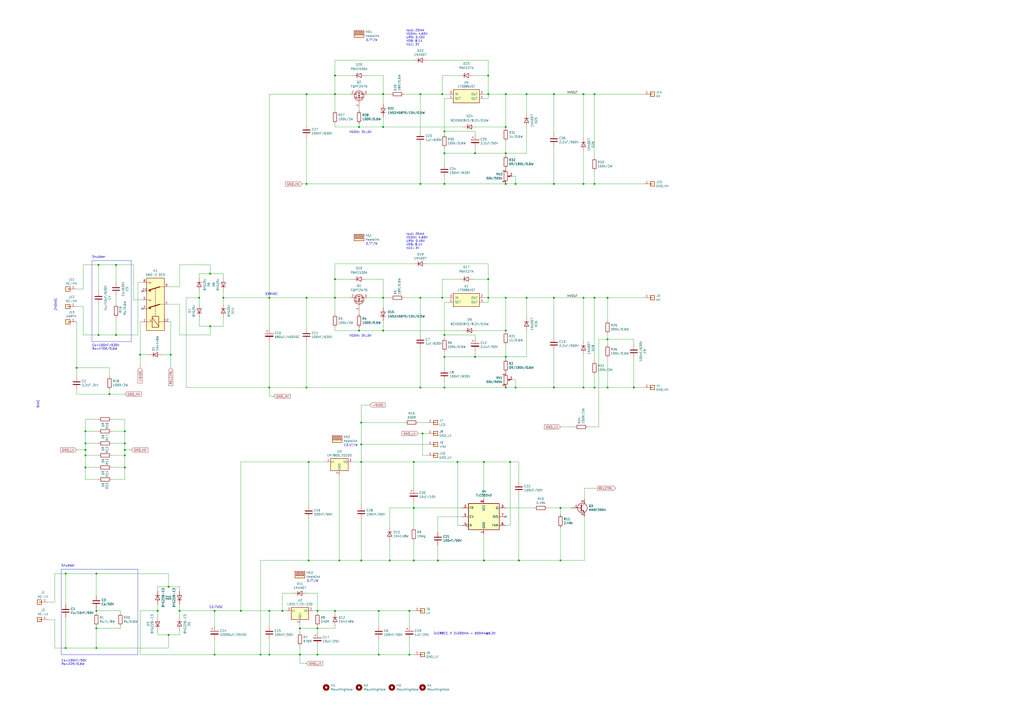
<source format=kicad_sch>
(kicad_sch (version 20230121) (generator eeschema)
  (paper "A2")
  (title_block (title "HV Power Supply LT3080 Twin Maida") (date "2024-02-06") (rev "1"))
  (junction (at 209.55 257.81))
  (junction (at 344.805 106.68))
  (junction (at 72.39 271.145))
  (junction (at 177.8 224.79))
  (junction (at 275.59 88.9))
  (junction (at 265.43 267.97))
  (junction (at 194.31 354.33))
  (junction (at 209.55 267.97))
  (junction (at 194.31 54.61))
  (junction (at 295.91 267.97))
  (junction (at 177.8 106.68))
  (junction (at 179.07 325.12))
  (junction (at 151.13 379.73))
  (junction (at 44.45 213.36))
  (junction (at 283.21 43.815))
  (junction (at 257.81 76.2))
  (junction (at 49.53 264.16))
  (junction (at 293.37 54.61))
  (junction (at 344.805 172.72))
  (junction (at 55.88 375.92))
  (junction (at 293.37 73.66))
  (junction (at 321.31 224.79))
  (junction (at 49.53 250.19))
  (junction (at 226.06 325.12))
  (junction (at 240.03 325.12))
  (junction (at 293.37 172.72))
  (junction (at 222.25 191.77))
  (junction (at 293.37 88.9))
  (junction (at 55.88 364.49))
  (junction (at 97.79 368.3))
  (junction (at 173.99 379.73))
  (junction (at 305.435 54.61))
  (junction (at 321.31 54.61))
  (junction (at 338.455 172.72))
  (junction (at 222.25 73.66))
  (junction (at 257.81 194.31))
  (junction (at 124.46 354.33))
  (junction (at 344.805 54.61))
  (junction (at 156.21 379.73))
  (junction (at 254 325.12))
  (junction (at 156.21 224.79))
  (junction (at 49.53 257.175))
  (junction (at 293.37 191.77))
  (junction (at 194.31 43.815))
  (junction (at 163.83 354.33))
  (junction (at 283.21 54.61))
  (junction (at 99.06 205.74))
  (junction (at 55.88 332.74))
  (junction (at 208.28 191.77))
  (junction (at 243.84 106.68))
  (junction (at 184.15 379.73))
  (junction (at 257.81 106.68))
  (junction (at 293.37 207.01))
  (junction (at 219.71 354.33))
  (junction (at 72.39 250.19))
  (junction (at 121.92 158.75))
  (junction (at 184.15 354.33))
  (junction (at 243.84 224.79))
  (junction (at 121.92 189.23))
  (junction (at 293.37 224.79))
  (junction (at 243.84 54.61))
  (junction (at 240.03 294.64))
  (junction (at 222.25 54.61))
  (junction (at 300.99 325.12))
  (junction (at 245.11 251.46))
  (junction (at 184.15 364.49))
  (junction (at 72.39 260.985))
  (junction (at 338.455 106.68))
  (junction (at 38.1 375.92))
  (junction (at 67.31 153.67))
  (junction (at 321.31 172.72))
  (junction (at 275.59 207.01))
  (junction (at 344.805 224.79))
  (junction (at 237.49 354.33))
  (junction (at 321.31 106.68))
  (junction (at 177.8 172.72))
  (junction (at 256.54 172.72))
  (junction (at 156.21 354.33))
  (junction (at 299.085 106.68))
  (junction (at 208.28 73.66))
  (junction (at 367.665 224.79))
  (junction (at 124.46 379.73))
  (junction (at 240.03 267.97))
  (junction (at 256.54 54.61))
  (junction (at 283.21 172.72))
  (junction (at 209.55 325.12))
  (junction (at 283.21 161.925))
  (junction (at 49.53 260.985))
  (junction (at 237.49 379.73))
  (junction (at 280.67 325.12))
  (junction (at 194.31 161.925))
  (junction (at 156.21 172.72))
  (junction (at 338.455 224.79))
  (junction (at 209.55 245.11))
  (junction (at 325.12 325.12))
  (junction (at 139.7 354.33))
  (junction (at 97.79 340.36))
  (junction (at 352.425 224.79))
  (junction (at 257.81 224.79))
  (junction (at 219.71 379.73))
  (junction (at 179.07 267.97))
  (junction (at 104.14 354.33))
  (junction (at 325.12 294.64))
  (junction (at 49.53 271.145))
  (junction (at 72.39 257.175))
  (junction (at 257.81 207.01))
  (junction (at 338.455 54.61))
  (junction (at 129.54 172.72))
  (junction (at 299.085 224.79))
  (junction (at 305.435 172.72))
  (junction (at 173.99 364.49))
  (junction (at 196.85 325.12))
  (junction (at 222.25 172.72))
  (junction (at 115.57 172.72))
  (junction (at 257.81 88.9))
  (junction (at 177.8 54.61))
  (junction (at 38.1 332.74))
  (junction (at 57.15 194.31))
  (junction (at 280.67 267.97))
  (junction (at 293.37 106.68))
  (junction (at 243.84 172.72))
  (junction (at 194.31 172.72))
  (junction (at 55.88 354.33))
  (junction (at 57.15 153.67))
  (junction (at 91.44 354.33))
  (junction (at 352.425 196.85))
  (junction (at 81.28 205.74))
  (junction (at 67.31 194.31))
  (junction (at 63.5 228.6))
  (junction (at 352.425 172.72))
  (junction (at 72.39 264.16))
  (no_connect (at 293.37 299.72))
  (no_connect (at 82.55 168.91))
  (no_connect (at 82.55 179.07))
  (wire (pts (xy 352.425 193.675) (xy 352.425 196.85)))
  (wire (pts (xy 293.37 54.61) (xy 293.37 73.66)))
  (wire (pts (xy 293.37 172.72) (xy 293.37 191.77)))
  (wire (pts (xy 299.085 220.345) (xy 299.085 224.79)))
  (wire (pts (xy 97.79 375.92) (xy 97.79 368.3)))
  (wire (pts (xy 91.44 340.36) (xy 97.79 340.36)))
  (wire (pts (xy 64.77 271.145) (xy 72.39 271.145)))
  (wire (pts (xy 347.345 196.85) (xy 352.425 196.85)))
  (wire (pts (xy 222.25 178.435) (xy 222.25 172.72)))
  (wire (pts (xy 367.665 224.79) (xy 373.38 224.79)))
  (polyline (pts (xy 35.56 379.73) (xy 35.56 330.2)))
  (wire (pts (xy 283.21 172.72) (xy 280.67 172.72)))
  (wire (pts (xy 177.8 172.72) (xy 194.31 172.72)))
  (wire (pts (xy 57.15 176.53) (xy 57.15 194.31)))
  (wire (pts (xy 299.085 224.79) (xy 321.31 224.79)))
  (wire (pts (xy 305.435 172.72) (xy 305.435 184.15)))
  (wire (pts (xy 49.53 257.175) (xy 49.53 260.985)))
  (wire (pts (xy 67.31 194.31) (xy 57.15 194.31)))
  (wire (pts (xy 339.09 299.72) (xy 339.09 325.12)))
  (wire (pts (xy 104.14 166.37) (xy 104.14 153.67)))
  (wire (pts (xy 293.37 304.8) (xy 295.91 304.8)))
  (wire (pts (xy 184.15 344.17) (xy 177.8 344.17)))
  (wire (pts (xy 173.99 379.73) (xy 173.99 374.65)))
  (wire (pts (xy 256.54 43.815) (xy 256.54 54.61)))
  (wire (pts (xy 124.46 379.73) (xy 124.46 370.84)))
  (wire (pts (xy 209.55 234.95) (xy 209.55 245.11)))
  (wire (pts (xy 257.81 57.15) (xy 257.81 76.2)))
  (wire (pts (xy 72.39 228.6) (xy 63.5 228.6)))
  (wire (pts (xy 325.12 325.12) (xy 300.99 325.12)))
  (wire (pts (xy 257.81 203.835) (xy 257.81 207.01)))
  (wire (pts (xy 194.31 43.815) (xy 204.47 43.815)))
  (wire (pts (xy 64.77 257.175) (xy 72.39 257.175)))
  (wire (pts (xy 256.54 54.61) (xy 260.35 54.61)))
  (wire (pts (xy 321.31 106.68) (xy 338.455 106.68)))
  (wire (pts (xy 240.03 325.12) (xy 240.03 313.69)))
  (wire (pts (xy 234.315 54.61) (xy 243.84 54.61)))
  (wire (pts (xy 44.45 177.8) (xy 48.26 177.8)))
  (wire (pts (xy 91.44 350.52) (xy 91.44 354.33)))
  (wire (pts (xy 31.75 375.92) (xy 38.1 375.92)))
  (wire (pts (xy 194.31 153.035) (xy 194.31 161.925)))
  (wire (pts (xy 64.77 278.13) (xy 72.39 278.13)))
  (wire (pts (xy 27.94 359.41) (xy 31.75 359.41)))
  (wire (pts (xy 219.71 354.33) (xy 237.49 354.33)))
  (wire (pts (xy 297.18 220.345) (xy 299.085 220.345)))
  (wire (pts (xy 305.435 54.61) (xy 305.435 66.04)))
  (wire (pts (xy 151.13 379.73) (xy 151.13 325.12)))
  (wire (pts (xy 44.45 260.985) (xy 49.53 260.985)))
  (wire (pts (xy 237.49 370.84) (xy 237.49 379.73)))
  (polyline (pts (xy 53.34 198.12) (xy 53.34 151.13)))
  (wire (pts (xy 156.21 172.72) (xy 156.21 54.61)))
  (wire (pts (xy 321.31 203.2) (xy 321.31 224.79)))
  (wire (pts (xy 194.31 73.66) (xy 208.28 73.66)))
  (wire (pts (xy 257.81 102.87) (xy 257.81 106.68)))
  (wire (pts (xy 226.06 325.12) (xy 209.55 325.12)))
  (wire (pts (xy 173.99 364.49) (xy 184.15 364.49)))
  (wire (pts (xy 344.805 106.68) (xy 373.38 106.68)))
  (wire (pts (xy 55.88 353.06) (xy 55.88 354.33)))
  (wire (pts (xy 243.84 54.61) (xy 243.84 76.2)))
  (wire (pts (xy 222.25 172.72) (xy 213.36 172.72)))
  (wire (pts (xy 275.59 85.725) (xy 275.59 88.9)))
  (wire (pts (xy 81.28 379.73) (xy 81.28 354.33)))
  (wire (pts (xy 124.46 363.22) (xy 124.46 354.33)))
  (wire (pts (xy 156.21 379.73) (xy 173.99 379.73)))
  (wire (pts (xy 283.21 54.61) (xy 280.67 54.61)))
  (wire (pts (xy 67.31 184.15) (xy 67.31 194.31)))
  (wire (pts (xy 293.37 224.79) (xy 299.085 224.79)))
  (wire (pts (xy 63.5 228.6) (xy 44.45 228.6)))
  (wire (pts (xy 283.21 161.925) (xy 283.21 172.72)))
  (wire (pts (xy 283.21 161.925) (xy 283.21 153.035)))
  (wire (pts (xy 156.21 224.79) (xy 177.8 224.79)))
  (wire (pts (xy 338.455 106.68) (xy 344.805 106.68)))
  (wire (pts (xy 222.25 172.72) (xy 226.695 172.72)))
  (wire (pts (xy 69.85 354.33) (xy 69.85 355.6)))
  (wire (pts (xy 67.31 153.67) (xy 77.47 153.67)))
  (wire (pts (xy 177.8 80.01) (xy 177.8 106.68)))
  (wire (pts (xy 275.59 78.105) (xy 275.59 76.2)))
  (wire (pts (xy 129.54 189.23) (xy 129.54 184.15)))
  (wire (pts (xy 257.81 220.98) (xy 257.81 224.79)))
  (wire (pts (xy 274.32 43.815) (xy 283.21 43.815)))
  (wire (pts (xy 257.81 194.31) (xy 257.81 196.215)))
  (wire (pts (xy 222.25 191.77) (xy 208.28 191.77)))
  (wire (pts (xy 208.28 62.23) (xy 208.28 64.135)))
  (wire (pts (xy 339.09 283.21) (xy 339.09 289.56)))
  (wire (pts (xy 31.75 332.74) (xy 38.1 332.74)))
  (wire (pts (xy 260.35 57.15) (xy 257.81 57.15)))
  (wire (pts (xy 338.455 172.72) (xy 344.805 172.72)))
  (wire (pts (xy 64.77 243.205) (xy 72.39 243.205)))
  (wire (pts (xy 156.21 229.87) (xy 156.21 224.79)))
  (wire (pts (xy 177.8 224.79) (xy 243.84 224.79)))
  (wire (pts (xy 283.21 153.035) (xy 247.65 153.035)))
  (wire (pts (xy 67.31 171.45) (xy 67.31 176.53)))
  (wire (pts (xy 293.37 106.045) (xy 293.37 106.68)))
  (wire (pts (xy 139.7 354.33) (xy 156.21 354.33)))
  (wire (pts (xy 300.99 287.02) (xy 300.99 325.12)))
  (wire (pts (xy 240.03 379.73) (xy 237.49 379.73)))
  (wire (pts (xy 222.25 54.61) (xy 226.695 54.61)))
  (wire (pts (xy 266.7 161.925) (xy 256.54 161.925)))
  (wire (pts (xy 243.84 224.79) (xy 257.81 224.79)))
  (wire (pts (xy 77.47 153.67) (xy 77.47 173.99)))
  (wire (pts (xy 293.37 215.9) (xy 293.37 216.535)))
  (wire (pts (xy 293.37 97.79) (xy 293.37 98.425)))
  (wire (pts (xy 209.55 245.11) (xy 209.55 257.81)))
  (wire (pts (xy 212.09 43.815) (xy 222.25 43.815)))
  (wire (pts (xy 338.455 54.61) (xy 344.805 54.61)))
  (wire (pts (xy 243.84 172.72) (xy 256.54 172.72)))
  (wire (pts (xy 240.03 294.64) (xy 226.06 294.64)))
  (wire (pts (xy 194.31 71.755) (xy 194.31 73.66)))
  (wire (pts (xy 177.8 72.39) (xy 177.8 54.61)))
  (wire (pts (xy 247.65 257.81) (xy 209.55 257.81)))
  (wire (pts (xy 274.32 161.925) (xy 283.21 161.925)))
  (wire (pts (xy 177.8 384.81) (xy 173.99 384.81)))
  (wire (pts (xy 173.99 379.73) (xy 184.15 379.73)))
  (wire (pts (xy 305.435 191.77) (xy 305.435 207.01)))
  (wire (pts (xy 321.31 77.47) (xy 321.31 54.61)))
  (wire (pts (xy 214.63 234.95) (xy 209.55 234.95)))
  (wire (pts (xy 184.15 363.22) (xy 184.15 364.49)))
  (wire (pts (xy 97.79 340.36) (xy 104.14 340.36)))
  (wire (pts (xy 300.99 325.12) (xy 280.67 325.12)))
  (wire (pts (xy 219.71 363.22) (xy 219.71 354.33)))
  (wire (pts (xy 72.39 260.985) (xy 76.2 260.985)))
  (wire (pts (xy 115.57 189.23) (xy 121.92 189.23)))
  (wire (pts (xy 184.15 354.33) (xy 184.15 344.17)))
  (wire (pts (xy 209.55 257.81) (xy 209.55 267.97)))
  (wire (pts (xy 177.8 198.12) (xy 177.8 224.79)))
  (wire (pts (xy 321.31 54.61) (xy 338.455 54.61)))
  (wire (pts (xy 194.31 34.925) (xy 194.31 43.815)))
  (wire (pts (xy 344.805 54.61) (xy 373.38 54.61)))
  (wire (pts (xy 240.03 294.64) (xy 240.03 290.83)))
  (wire (pts (xy 222.25 67.945) (xy 222.25 73.66)))
  (wire (pts (xy 240.03 294.64) (xy 240.03 306.07)))
  (wire (pts (xy 297.18 102.235) (xy 299.085 102.235)))
  (wire (pts (xy 184.15 354.33) (xy 194.31 354.33)))
  (wire (pts (xy 49.53 271.145) (xy 57.15 271.145)))
  (wire (pts (xy 72.39 260.985) (xy 72.39 264.16)))
  (wire (pts (xy 124.46 379.73) (xy 151.13 379.73)))
  (wire (pts (xy 257.81 88.9) (xy 257.81 95.25)))
  (wire (pts (xy 107.95 172.72) (xy 107.95 224.79)))
  (wire (pts (xy 124.46 379.73) (xy 81.28 379.73)))
  (wire (pts (xy 245.11 251.46) (xy 247.65 251.46)))
  (wire (pts (xy 242.57 251.46) (xy 245.11 251.46)))
  (wire (pts (xy 268.605 191.77) (xy 222.25 191.77)))
  (polyline (pts (xy 53.34 151.13) (xy 76.2 151.13)))
  (wire (pts (xy 243.84 201.93) (xy 243.84 224.79)))
  (wire (pts (xy 222.25 172.72) (xy 222.25 161.925)))
  (wire (pts (xy 219.71 370.84) (xy 219.71 379.73)))
  (wire (pts (xy 48.26 177.8) (xy 48.26 194.31)))
  (wire (pts (xy 27.94 349.25) (xy 31.75 349.25)))
  (wire (pts (xy 179.07 267.97) (xy 179.07 293.37)))
  (wire (pts (xy 104.14 340.36) (xy 104.14 342.9)))
  (wire (pts (xy 179.07 300.99) (xy 179.07 325.12)))
  (wire (pts (xy 194.31 54.61) (xy 194.31 64.135)))
  (wire (pts (xy 179.07 267.97) (xy 139.7 267.97)))
  (wire (pts (xy 49.53 250.19) (xy 49.53 257.175)))
  (wire (pts (xy 184.15 379.73) (xy 219.71 379.73)))
  (wire (pts (xy 158.75 229.87) (xy 156.21 229.87)))
  (wire (pts (xy 344.805 91.44) (xy 344.805 54.61)))
  (wire (pts (xy 129.54 172.72) (xy 129.54 176.53)))
  (wire (pts (xy 115.57 172.72) (xy 115.57 168.91)))
  (wire (pts (xy 64.77 250.19) (xy 72.39 250.19)))
  (wire (pts (xy 280.67 325.12) (xy 254 325.12)))
  (wire (pts (xy 280.67 267.97) (xy 265.43 267.97)))
  (wire (pts (xy 347.345 247.65) (xy 347.345 196.85)))
  (wire (pts (xy 293.37 207.01) (xy 305.435 207.01)))
  (wire (pts (xy 196.85 275.59) (xy 196.85 325.12)))
  (wire (pts (xy 275.59 194.31) (xy 257.81 194.31)))
  (wire (pts (xy 293.37 200.025) (xy 293.37 207.01)))
  (wire (pts (xy 293.37 172.72) (xy 283.21 172.72)))
  (wire (pts (xy 44.45 213.36) (xy 44.45 218.44)))
  (wire (pts (xy 121.92 158.75) (xy 129.54 158.75)))
  (wire (pts (xy 44.45 186.69) (xy 44.45 213.36)))
  (wire (pts (xy 194.31 172.72) (xy 194.31 182.245)))
  (wire (pts (xy 338.455 205.74) (xy 338.455 224.79)))
  (wire (pts (xy 240.03 325.12) (xy 226.06 325.12)))
  (wire (pts (xy 173.99 364.49) (xy 173.99 361.95)))
  (wire (pts (xy 104.14 153.67) (xy 121.92 153.67)))
  (wire (pts (xy 293.37 88.9) (xy 293.37 90.17)))
  (wire (pts (xy 293.37 224.155) (xy 293.37 224.79)))
  (wire (pts (xy 156.21 172.72) (xy 177.8 172.72)))
  (wire (pts (xy 243.84 172.72) (xy 243.84 194.31)))
  (wire (pts (xy 293.37 88.9) (xy 305.435 88.9)))
  (wire (pts (xy 275.59 76.2) (xy 257.81 76.2)))
  (wire (pts (xy 57.15 243.205) (xy 49.53 243.205)))
  (wire (pts (xy 283.21 34.925) (xy 247.65 34.925)))
  (wire (pts (xy 295.91 267.97) (xy 280.67 267.97)))
  (wire (pts (xy 240.03 153.035) (xy 194.31 153.035)))
  (wire (pts (xy 57.15 257.175) (xy 49.53 257.175)))
  (wire (pts (xy 268.605 73.66) (xy 222.25 73.66)))
  (wire (pts (xy 72.39 271.145) (xy 72.39 264.16)))
  (wire (pts (xy 293.37 54.61) (xy 283.21 54.61)))
  (wire (pts (xy 300.99 279.4) (xy 300.99 267.97)))
  (wire (pts (xy 340.995 247.65) (xy 347.345 247.65)))
  (wire (pts (xy 57.15 153.67) (xy 57.15 168.91)))
  (wire (pts (xy 156.21 172.72) (xy 156.21 190.5)))
  (wire (pts (xy 325.12 294.64) (xy 317.5 294.64)))
  (wire (pts (xy 55.88 363.22) (xy 55.88 364.49)))
  (wire (pts (xy 293.37 207.01) (xy 293.37 208.28)))
  (wire (pts (xy 38.1 375.92) (xy 38.1 358.14)))
  (wire (pts (xy 209.55 293.37) (xy 209.55 267.97)))
  (wire (pts (xy 115.57 161.29) (xy 115.57 158.75)))
  (wire (pts (xy 175.26 106.68) (xy 177.8 106.68)))
  (wire (pts (xy 177.8 106.68) (xy 243.84 106.68)))
  (wire (pts (xy 77.47 173.99) (xy 82.55 173.99)))
  (wire (pts (xy 305.435 54.61) (xy 321.31 54.61)))
  (wire (pts (xy 243.84 54.61) (xy 256.54 54.61)))
  (wire (pts (xy 338.455 172.72) (xy 338.455 198.12)))
  (wire (pts (xy 257.81 207.01) (xy 257.81 213.36)))
  (wire (pts (xy 49.53 271.145) (xy 49.53 264.16)))
  (wire (pts (xy 194.31 191.77) (xy 208.28 191.77)))
  (wire (pts (xy 177.8 190.5) (xy 177.8 172.72)))
  (wire (pts (xy 293.37 81.915) (xy 293.37 88.9)))
  (wire (pts (xy 104.14 354.33) (xy 124.46 354.33)))
  (wire (pts (xy 97.79 332.74) (xy 97.79 340.36)))
  (polyline (pts (xy 76.2 198.12) (xy 53.34 198.12)))
  (wire (pts (xy 55.88 332.74) (xy 38.1 332.74)))
  (wire (pts (xy 280.67 57.15) (xy 283.21 57.15)))
  (wire (pts (xy 81.28 186.69) (xy 82.55 186.69)))
  (wire (pts (xy 115.57 176.53) (xy 115.57 172.72)))
  (wire (pts (xy 222.25 54.61) (xy 222.25 43.815)))
  (wire (pts (xy 352.425 172.72) (xy 352.425 186.055)))
  (wire (pts (xy 163.83 344.17) (xy 163.83 354.33)))
  (wire (pts (xy 104.14 354.33) (xy 104.14 358.14)))
  (wire (pts (xy 352.425 224.79) (xy 367.665 224.79)))
  (wire (pts (xy 173.99 384.81) (xy 173.99 379.73)))
  (wire (pts (xy 338.455 224.79) (xy 344.805 224.79)))
  (wire (pts (xy 338.455 87.63) (xy 338.455 106.68)))
  (wire (pts (xy 163.83 354.33) (xy 166.37 354.33)))
  (wire (pts (xy 325.12 247.65) (xy 333.375 247.65)))
  (wire (pts (xy 139.7 267.97) (xy 139.7 354.33)))
  (wire (pts (xy 99.06 186.69) (xy 99.06 205.74)))
  (wire (pts (xy 257.81 175.26) (xy 257.81 194.31)))
  (wire (pts (xy 194.31 172.72) (xy 203.2 172.72)))
  (wire (pts (xy 240.03 267.97) (xy 265.43 267.97)))
  (wire (pts (xy 63.5 218.44) (xy 63.5 213.36)))
  (wire (pts (xy 280.67 175.26) (xy 283.21 175.26)))
  (wire (pts (xy 352.425 196.85) (xy 367.665 196.85)))
  (wire (pts (xy 121.92 194.31) (xy 104.14 194.31)))
  (wire (pts (xy 293.37 106.68) (xy 299.085 106.68)))
  (wire (pts (xy 257.81 106.68) (xy 293.37 106.68)))
  (wire (pts (xy 234.315 172.72) (xy 243.84 172.72)))
  (wire (pts (xy 179.07 325.12) (xy 196.85 325.12)))
  (wire (pts (xy 81.28 205.74) (xy 81.28 186.69)))
  (wire (pts (xy 260.35 175.26) (xy 257.81 175.26)))
  (wire (pts (xy 243.84 83.82) (xy 243.84 106.68)))
  (wire (pts (xy 280.67 289.56) (xy 280.67 267.97)))
  (wire (pts (xy 97.79 186.69) (xy 99.06 186.69)))
  (wire (pts (xy 293.37 172.72) (xy 305.435 172.72)))
  (wire (pts (xy 156.21 198.12) (xy 156.21 224.79)))
  (wire (pts (xy 293.37 88.9) (xy 275.59 88.9)))
  (wire (pts (xy 104.14 176.53) (xy 97.79 176.53)))
  (wire (pts (xy 295.91 304.8) (xy 295.91 267.97)))
  (wire (pts (xy 247.65 264.16) (xy 245.11 264.16)))
  (wire (pts (xy 55.88 375.92) (xy 38.1 375.92)))
  (wire (pts (xy 181.61 354.33) (xy 184.15 354.33)))
  (wire (pts (xy 222.25 60.325) (xy 222.25 54.61)))
  (wire (pts (xy 184.15 355.6) (xy 184.15 354.33)))
  (wire (pts (xy 194.31 161.925) (xy 194.31 172.72)))
  (wire (pts (xy 44.45 167.64) (xy 48.26 167.64)))
  (wire (pts (xy 97.79 166.37) (xy 104.14 166.37)))
  (wire (pts (xy 81.28 354.33) (xy 91.44 354.33)))
  (wire (pts (xy 80.01 163.83) (xy 82.55 163.83)))
  (wire (pts (xy 219.71 379.73) (xy 237.49 379.73)))
  (wire (pts (xy 257.81 85.725) (xy 257.81 88.9)))
  (wire (pts (xy 242.57 245.11) (xy 247.65 245.11)))
  (wire (pts (xy 121.92 189.23) (xy 121.92 194.31)))
  (wire (pts (xy 49.53 264.16) (xy 57.15 264.16)))
  (wire (pts (xy 194.31 189.865) (xy 194.31 191.77)))
  (wire (pts (xy 194.31 354.33) (xy 194.31 355.6)))
  (wire (pts (xy 63.5 213.36) (xy 44.45 213.36)))
  (wire (pts (xy 194.31 363.22) (xy 194.31 364.49)))
  (wire (pts (xy 283.21 43.815) (xy 283.21 34.925)))
  (wire (pts (xy 293.37 73.66) (xy 293.37 74.295)))
  (wire (pts (xy 305.435 172.72) (xy 321.31 172.72)))
  (wire (pts (xy 55.88 345.44) (xy 55.88 332.74)))
  (wire (pts (xy 64.77 264.16) (xy 72.39 264.16)))
  (wire (pts (xy 91.44 354.33) (xy 91.44 358.14)))
  (wire (pts (xy 344.805 99.06) (xy 344.805 106.68)))
  (wire (pts (xy 338.455 54.61) (xy 338.455 80.01)))
  (wire (pts (xy 339.09 325.12) (xy 325.12 325.12)))
  (wire (pts (xy 115.57 158.75) (xy 121.92 158.75)))
  (wire (pts (xy 129.54 172.72) (xy 156.21 172.72)))
  (wire (pts (xy 321.31 172.72) (xy 338.455 172.72)))
  (wire (pts (xy 208.28 71.755) (xy 208.28 73.66)))
  (wire (pts (xy 31.75 349.25) (xy 31.75 332.74)))
  (wire (pts (xy 67.31 153.67) (xy 67.31 163.83)))
  (wire (pts (xy 275.59 203.835) (xy 275.59 207.01)))
  (wire (pts (xy 173.99 367.03) (xy 173.99 364.49)))
  (wire (pts (xy 352.425 172.72) (xy 373.38 172.72)))
  (wire (pts (xy 325.12 306.07) (xy 325.12 325.12)))
  (wire (pts (xy 72.39 257.175) (xy 72.39 260.985)))
  (wire (pts (xy 48.26 153.67) (xy 57.15 153.67)))
  (wire (pts (xy 321.31 224.79) (xy 338.455 224.79)))
  (wire (pts (xy 267.97 294.64) (xy 240.03 294.64)))
  (wire (pts (xy 212.09 161.925) (xy 222.25 161.925)))
  (wire (pts (xy 99.06 205.74) (xy 93.98 205.74)))
  (wire (pts (xy 72.39 250.19) (xy 72.39 257.175)))
  (wire (pts (xy 156.21 379.73) (xy 156.21 370.84)))
  (wire (pts (xy 196.85 325.12) (xy 209.55 325.12)))
  (wire (pts (xy 240.03 34.925) (xy 194.31 34.925)))
  (wire (pts (xy 300.99 267.97) (xy 295.91 267.97)))
  (wire (pts (xy 104.14 350.52) (xy 104.14 354.33)))
  (wire (pts (xy 91.44 368.3) (xy 91.44 365.76)))
  (wire (pts (xy 194.31 364.49) (xy 184.15 364.49)))
  (wire (pts (xy 44.45 228.6) (xy 44.45 226.06)))
  (wire (pts (xy 156.21 224.79) (xy 107.95 224.79)))
  (wire (pts (xy 69.85 364.49) (xy 55.88 364.49)))
  (wire (pts (xy 293.37 207.01) (xy 275.59 207.01)))
  (wire (pts (xy 321.31 195.58) (xy 321.31 172.72)))
  (wire (pts (xy 55.88 364.49) (xy 55.88 375.92)))
  (wire (pts (xy 104.14 194.31) (xy 104.14 176.53)))
  (wire (pts (xy 31.75 359.41) (xy 31.75 375.92)))
  (wire (pts (xy 226.06 294.64) (xy 226.06 306.07)))
  (wire (pts (xy 331.47 294.64) (xy 325.12 294.64)))
  (wire (pts (xy 344.805 224.79) (xy 352.425 224.79)))
  (wire (pts (xy 72.39 243.205) (xy 72.39 250.19)))
  (wire (pts (xy 344.805 209.55) (xy 344.805 172.72)))
  (wire (pts (xy 265.43 304.8) (xy 265.43 267.97)))
  (wire (pts (xy 55.88 375.92) (xy 97.79 375.92)))
  (polyline (pts (xy 80.01 379.73) (xy 35.56 379.73)))
  (wire (pts (xy 254 325.12) (xy 240.03 325.12)))
  (polyline (pts (xy 80.01 330.2) (xy 80.01 379.73)))
  (wire (pts (xy 299.085 102.235) (xy 299.085 106.68)))
  (wire (pts (xy 97.79 332.74) (xy 55.88 332.74)))
  (wire (pts (xy 226.06 325.12) (xy 226.06 313.69)))
  (wire (pts (xy 194.31 43.815) (xy 194.31 54.61)))
  (wire (pts (xy 222.25 73.66) (xy 208.28 73.66)))
  (wire (pts (xy 321.31 85.09) (xy 321.31 106.68)))
  (wire (pts (xy 344.805 217.17) (xy 344.805 224.79)))
  (wire (pts (xy 208.28 189.865) (xy 208.28 191.77)))
  (wire (pts (xy 194.31 354.33) (xy 219.71 354.33)))
  (wire (pts (xy 129.54 158.75) (xy 129.54 161.29)))
  (wire (pts (xy 48.26 194.31) (xy 57.15 194.31)))
  (wire (pts (xy 156.21 54.61) (xy 177.8 54.61)))
  (wire (pts (xy 99.06 213.36) (xy 99.06 205.74)))
  (wire (pts (xy 352.425 196.85) (xy 352.425 200.025)))
  (wire (pts (xy 67.31 194.31) (xy 80.01 194.31)))
  (wire (pts (xy 256.54 172.72) (xy 260.35 172.72)))
  (wire (pts (xy 194.31 161.925) (xy 204.47 161.925)))
  (wire (pts (xy 151.13 325.12) (xy 179.07 325.12)))
  (wire (pts (xy 267.97 299.72) (xy 254 299.72)))
  (wire (pts (xy 276.225 191.77) (xy 293.37 191.77)))
  (wire (pts (xy 91.44 340.36) (xy 91.44 342.9)))
  (wire (pts (xy 38.1 332.74) (xy 38.1 350.52)))
  (polyline (pts (xy 76.2 151.13) (xy 76.2 198.12)))
  (wire (pts (xy 237.49 354.33) (xy 240.03 354.33)))
  (wire (pts (xy 299.085 106.68) (xy 321.31 106.68)))
  (wire (pts (xy 49.53 243.205) (xy 49.53 250.19)))
  (wire (pts (xy 222.25 186.055) (xy 222.25 191.77)))
  (wire (pts (xy 209.55 267.97) (xy 240.03 267.97)))
  (wire (pts (xy 283.21 43.815) (xy 283.21 54.61)))
  (wire (pts (xy 275.59 88.9) (xy 257.81 88.9)))
  (wire (pts (xy 121.92 158.75) (xy 121.92 153.67)))
  (wire (pts (xy 115.57 184.15) (xy 115.57 189.23)))
  (wire (pts (xy 293.37 191.77) (xy 293.37 192.405)))
  (wire (pts (xy 124.46 354.33) (xy 139.7 354.33)))
  (wire (pts (xy 222.25 54.61) (xy 213.36 54.61)))
  (polyline (pts (xy 35.56 330.2) (xy 80.01 330.2)))
  (wire (pts (xy 177.8 54.61) (xy 194.31 54.61)))
  (wire (pts (xy 55.88 355.6) (xy 55.88 354.33)))
  (wire (pts (xy 184.15 379.73) (xy 184.15 374.65)))
  (wire (pts (xy 69.85 363.22) (xy 69.85 364.49)))
  (wire (pts (xy 209.55 245.11) (xy 234.95 245.11)))
  (wire (pts (xy 240.03 283.21) (xy 240.03 267.97)))
  (wire (pts (xy 237.49 363.22) (xy 237.49 354.33)))
  (wire (pts (xy 245.11 264.16) (xy 245.11 251.46)))
  (wire (pts (xy 97.79 368.3) (xy 104.14 368.3)))
  (wire (pts (xy 293.37 54.61) (xy 305.435 54.61)))
  (wire (pts (xy 57.15 278.13) (xy 49.53 278.13)))
  (wire (pts (xy 156.21 363.22) (xy 156.21 354.33)))
  (wire (pts (xy 72.39 278.13) (xy 72.39 271.145)))
  (wire (pts (xy 49.53 250.19) (xy 57.15 250.19)))
  (wire (pts (xy 184.15 364.49) (xy 184.15 367.03)))
  (wire (pts (xy 352.425 207.645) (xy 352.425 224.79)))
  (wire (pts (xy 129.54 168.91) (xy 129.54 172.72)))
  (wire (pts (xy 55.88 354.33) (xy 69.85 354.33)))
  (wire (pts (xy 91.44 368.3) (xy 97.79 368.3)))
  (wire (pts (xy 156.21 354.33) (xy 163.83 354.33)))
  (wire (pts (xy 49.53 278.13) (xy 49.53 271.145)))
  (wire (pts (xy 151.13 379.73) (xy 156.21 379.73)))
  (wire (pts (xy 344.805 172.72) (xy 352.425 172.72)))
  (wire (pts (xy 209.55 325.12) (xy 209.55 300.99)))
  (wire (pts (xy 194.31 54.61) (xy 203.2 54.61)))
  (wire (pts (xy 257.81 76.2) (xy 257.81 78.105)))
  (wire (pts (xy 121.92 189.23) (xy 129.54 189.23)))
  (wire (pts (xy 283.21 57.15) (xy 283.21 54.61)))
  (wire (pts (xy 81.28 205.74) (xy 86.36 205.74)))
  (wire (pts (xy 104.14 365.76) (xy 104.14 368.3)))
  (wire (pts (xy 267.97 304.8) (xy 265.43 304.8)))
  (wire (pts (xy 208.28 180.34) (xy 208.28 182.245)))
  (wire (pts (xy 80.01 194.31) (xy 80.01 163.83)))
  (wire (pts (xy 275.59 207.01) (xy 257.81 207.01)))
  (wire (pts (xy 276.225 73.66) (xy 293.37 73.66)))
  (wire (pts (xy 243.84 106.68) (xy 257.81 106.68)))
  (wire (pts (xy 346.71 283.21) (xy 339.09 283.21)))
  (wire (pts (xy 367.665 207.645) (xy 367.665 224.79)))
  (wire (pts (xy 49.53 260.985) (xy 49.53 264.16)))
  (wire (pts (xy 280.67 309.88) (xy 280.67 325.12)))
  (wire (pts (xy 283.21 175.26) (xy 283.21 172.72)))
  (wire (pts (xy 254 299.72) (xy 254 308.61)))
  (wire (pts (xy 254 325.12) (xy 254 316.23)))
  (wire (pts (xy 275.59 196.215) (xy 275.59 194.31)))
  (wire (pts (xy 257.81 224.79) (xy 293.37 224.79)))
  (wire (pts (xy 325.12 298.45) (xy 325.12 294.64)))
  (wire (pts (xy 81.28 213.36) (xy 81.28 205.74)))
  (wire (pts (xy 293.37 294.64) (xy 309.88 294.64)))
  (wire (pts (xy 63.5 226.06) (xy 63.5 228.6)))
  (wire (pts (xy 189.23 267.97) (xy 179.07 267.97)))
  (wire (pts (xy 305.435 73.66) (xy 305.435 88.9)))
  (wire (pts (xy 67.31 153.67) (xy 57.15 153.67)))
  (wire (pts (xy 256.54 161.925) (xy 256.54 172.72)))
  (wire (pts (xy 115.57 172.72) (xy 107.95 172.72)))
  (wire (pts (xy 367.665 200.025) (xy 367.665 196.85)))
  (wire (pts (xy 170.18 344.17) (xy 163.83 344.17)))
  (wire (pts (xy 266.7 43.815) (xy 256.54 43.815)))
  (wire (pts (xy 204.47 267.97) (xy 209.55 267.97)))
  (wire (pts (xy 48.26 167.64) (xy 48.26 153.67)))
  (text "2xE88CC If 2x300mA = 600mA@6.3V" (at 251.46 368.3 0) (effects (font (size 1.27 1.27)) (justify left bottom)))
  (text "12.7VDC" (at 121.285 353.06 0) (effects (font (size 1.27 1.27)) (justify left bottom)))
  (text "3.7°/W" (at 212.09 24.13 0) (effects (font (size 1.27 1.27)) (justify left bottom)))
  (text "Snubber" (at 35.56 328.93 0) (effects (font (size 1.27 1.27)) (justify left bottom)))
  (text "VGSth: 3V..5V" (at 202.565 77.47 0) (effects (font (size 1.27 1.27)) (justify left bottom)))
  (text "Iout: 25mA\nVGSth: 4.65V\nUR5: 0.45V\nVD9: 8.1V\nVU1: 3V" (at 235.585 144.78 0) (effects (font (size 1.27 1.27)) (justify left bottom)))
  (text "Cs=100nF/630V\nRs=470R/0.6W" (at 53.34 203.2 0) (effects (font (size 1.27 1.27)) (justify left bottom)))
  (text "Snubber" (at 53.34 149.86 0) (effects (font (size 1.27 1.27)) (justify left bottom)))
  (text "13,4°/W" (at 199.39 259.08 0) (effects (font (size 1.27 1.27)) (justify left bottom)))
  (text "240VAC" (at 33.02 180.34 90) (effects (font (size 1.27 1.27)) (justify left bottom)))
  (text "9VAC" (at 22.86 236.855 90) (effects (font (size 1.27 1.27)) (justify left bottom)))
  (text "3.7°/W" (at 212.09 142.24 0) (effects (font (size 1.27 1.27)) (justify left bottom)))
  (text "339VDC" (at 153.67 171.45 0) (effects (font (size 1.27 1.27)) (justify left bottom)))
  (text "Cs=100nF/50V\nRs=22R/0.6W" (at 35.56 386.08 0) (effects (font (size 1.27 1.27)) (justify left bottom)))
  (text "VGSth: 3V..5V" (at 202.565 195.58 0) (effects (font (size 1.27 1.27)) (justify left bottom)))
  (text "3.7°/W" (at 177.8 337.82 0) (effects (font (size 1.27 1.27)) (justify left bottom)))
  (text "Iout: 25mA\nVGSth: 4.65V\nUR5: 0.45V\nVD9: 8.1V\nVU1: 3V" (at 235.585 26.67 0) (effects (font (size 1.27 1.27)) (justify left bottom)))
  (label "HVOUT" (at 328.93 54.61 0))
  (label "HVOUT" (at 328.93 172.72 0))
  (global_label "RELCTRL" (shape input) (at 99.06 213.36 270) (property "Intersheetrefs" "${INTERSHEET_REFS}" (effects hide)))
  (global_label "+5VDC" (shape input) (at 214.63 234.95 0) (property "Intersheetrefs" "${INTERSHEET_REFS}" (effects hide)))
  (global_label "GND_LV" (shape input) (at 177.8 384.81 0) (property "Intersheetrefs" "${INTERSHEET_REFS}" (effects hide)))
  (global_label "+5VDC" (shape input) (at 81.28 213.36 270) (property "Intersheetrefs" "${INTERSHEET_REFS}" (effects hide)))
  (global_label "GND_HV" (shape input) (at 158.75 229.87 0) (property "Intersheetrefs" "${INTERSHEET_REFS}" (effects hide)))
  (global_label "GND_LV" (shape input) (at 44.45 260.985 180) (property "Intersheetrefs" "${INTERSHEET_REFS}" (effects hide)))
  (global_label "RELCTRL" (shape output) (at 346.71 283.21 0) (property "Intersheetrefs" "${INTERSHEET_REFS}" (effects hide)))
  (global_label "GND_HV" (shape input) (at 72.39 228.6 0) (property "Intersheetrefs" "${INTERSHEET_REFS}" (effects hide)))
  (global_label "GND_LV" (shape input) (at 242.57 251.46 180) (property "Intersheetrefs" "${INTERSHEET_REFS}" (effects hide)))
  (global_label "GND_HV" (shape input) (at 76.2 260.985 0) (property "Intersheetrefs" "${INTERSHEET_REFS}" (effects hide)))
  (global_label "GND_HV" (shape input) (at 175.26 106.68 180) (property "Intersheetrefs" "${INTERSHEET_REFS}" (effects hide)))
  (global_label "GND_LV" (shape input) (at 325.12 247.65 180) (property "Intersheetrefs" "${INTERSHEET_REFS}" (effects hide)))
  (symbol (lib_id "Mechanical:MountingHole") (at 208.28 398.78 0) (unit 1)
    (property "Reference" "H2" (at 210.82 397.6116 0) (effects (justify left)))
    (property "Value" "MountingHole" (at 210.82 399.923 0) (effects (justify left)))
    (property "Footprint" "MountingHole:MountingHole_3.2mm_M3" (effects hide))
  )
  (symbol (lib_id "Mechanical:MountingHole") (at 227.33 398.78 0) (unit 1)
    (property "Reference" "H3" (at 229.87 397.6116 0) (effects (justify left)))
    (property "Value" "MountingHole" (at 229.87 399.923 0) (effects (justify left)))
    (property "Footprint" "MountingHole:MountingHole_3.2mm_M3" (effects hide))
  )
  (symbol (lib_id "Mechanical:MountingHole") (at 189.23 398.78 0) (unit 1)
    (property "Reference" "H1" (at 191.77 397.6116 0) (effects (justify left)))
    (property "Value" "MountingHole" (at 191.77 399.923 0) (effects (justify left)))
    (property "Footprint" "MountingHole:MountingHole_3.2mm_M3" (effects hide))
  )
  (symbol (lib_id "Mechanical:MountingHole") (at 245.11 398.78 0) (unit 1)
    (property "Reference" "H4" (at 247.65 397.6116 0) (effects (justify left)))
    (property "Value" "MountingHole" (at 247.65 399.923 0) (effects (justify left)))
    (property "Footprint" "MountingHole:MountingHole_3.2mm_M3" (effects hide))
  )
  (symbol (lib_id "Connector_Generic:Conn_01x01") (at 378.46 172.72 0) (unit 1)
    (property "Reference" "J3" (at 380.492 171.6532 0) (effects (justify left)))
    (property "Value" "HV" (at 380.492 173.9646 0) (effects (justify left)))
    (property "Footprint" "Connector_Pin:Pin_D1.3mm_L11.0mm" (effects hide))
  )
  (symbol (lib_id "Device:C_Polarized") (at 156.21 194.31 0) (unit 1)
    (property "Reference" "C10" (at 159.2072 193.1416 0) (effects (justify left)))
    (property "Value" "680uF/450VDC" (at 159.2072 195.453 0) (effects (justify left)))
    (property "Footprint" "Capacitor_THT:CP_Radial_D35.0mm_P10.00mm_SnapIn" (effects hide))
  )
  (symbol (lib_id "Device:C") (at 177.8 194.31 0) (unit 1)
    (property "Reference" "C11" (at 180.721 193.1416 0) (effects (justify left)))
    (property "Value" "100nF/630V" (at 180.721 195.453 0) (effects (justify left)))
    (property "Footprint" "Capacitor_THT:C_Rect_L18.0mm_W5.0mm_P15.00mm_FKS3_FKP3" (effects hide))
  )
  (symbol (lib_id "Device:R") (at 60.96 250.19 270) (unit 1)
    (property "Reference" "R17" (at 62.1284 251.968 0) (effects (justify left)))
    (property "Value" "0R" (at 59.817 251.968 0) (effects (justify left)))
    (property "Footprint" "Resistor_SMD:R_1206_3216Metric_Pad1.30x1.75mm_HandSolder" (effects hide))
  )
  (symbol (lib_id "Device:R") (at 60.96 243.205 270) (unit 1)
    (property "Reference" "R16" (at 62.1284 244.983 0) (effects (justify left)))
    (property "Value" "0R" (at 59.817 244.983 0) (effects (justify left)))
    (property "Footprint" "Resistor_SMD:R_1206_3216Metric_Pad1.30x1.75mm_HandSolder" (effects hide))
  )
  (symbol (lib_id "Device:C_Polarized") (at 124.46 367.03 0) (unit 1)
    (property "Reference" "C14" (at 127.4572 365.8616 0) (effects (justify left)))
    (property "Value" "22000uF/25VDC" (at 127.4572 368.173 0) (effects (justify left)))
    (property "Footprint" "Capacitor_THT:CP_Radial_D35.0mm_P10.00mm_SnapIn" (effects hide))
  )
  (symbol (lib_id "Regulator_Linear:LM317_TO-220") (at 173.99 354.33 0) (unit 1)
    (property "Reference" "U2" (at 173.99 348.1832 0))
    (property "Value" "LM317_TO-220" (at 173.99 350.4946 0))
    (property "Footprint" "Package_TO_SOT_THT:TO-220-3_Vertical" (effects hide))
    (property "Datasheet" "http://www.ti.com/lit/ds/symlink/lm317.pdf" (effects hide))
  )
  (symbol (lib_id "Device:C") (at 156.21 367.03 0) (unit 1)
    (property "Reference" "C15" (at 159.131 365.8616 0) (effects (justify left)))
    (property "Value" "100nF/50V" (at 159.131 368.173 0) (effects (justify left)))
    (property "Footprint" "Capacitor_SMD:C_0805_2012Metric_Pad1.18x1.45mm_HandSolder" (effects hide))
  )
  (symbol (lib_id "Device:R") (at 173.99 370.84 0) (unit 1)
    (property "Reference" "R7" (at 175.768 369.6716 0) (effects (justify left)))
    (property "Value" "976R" (at 175.768 371.983 0) (effects (justify left)))
    (property "Footprint" "Resistor_SMD:R_0805_2012Metric_Pad1.20x1.40mm_HandSolder" (effects hide))
  )
  (symbol (lib_id "Device:R") (at 184.15 359.41 0) (unit 1)
    (property "Reference" "R8" (at 185.928 358.2416 0) (effects (justify left)))
    (property "Value" "240R" (at 185.928 360.553 0) (effects (justify left)))
    (property "Footprint" "Resistor_SMD:R_0805_2012Metric_Pad1.20x1.40mm_HandSolder" (effects hide))
  )
  (symbol (lib_id "Diode:1N4007") (at 173.99 344.17 0) (unit 1)
    (property "Reference" "D11" (at 173.99 338.6582 0))
    (property "Value" "1N4007" (at 173.99 340.9696 0))
    (property "Footprint" "Diode_SMD:D_SMA_Handsoldering" (effects hide))
    (property "Datasheet" "http://www.vishay.com/docs/88503/1n4001.pdf" (effects hide))
  )
  (symbol (lib_id "Device:C_Polarized") (at 184.15 370.84 0) (unit 1)
    (property "Reference" "C17" (at 187.1472 369.6716 0) (effects (justify left)))
    (property "Value" "10uF/25V" (at 187.1472 371.983 0) (effects (justify left)))
    (property "Footprint" "Capacitor_THT:CP_Radial_D5.0mm_P2.00mm" (effects hide))
  )
  (symbol (lib_id "Diode:1N4007") (at 194.31 359.41 270) (unit 1)
    (property "Reference" "D12" (at 196.342 358.2416 90) (effects (justify left)))
    (property "Value" "1N4148W" (at 196.342 360.553 90) (effects (justify left)))
    (property "Footprint" "Diode_SMD:D_SOD-123" (effects hide))
    (property "Datasheet" "http://www.vishay.com/docs/88503/1n4001.pdf" (effects hide))
  )
  (symbol (lib_id "Connector_Generic:Conn_01x01") (at 378.46 224.79 0) (unit 1)
    (property "Reference" "J4" (at 380.492 223.7232 0) (effects (justify left)))
    (property "Value" "GND_HV" (at 380.492 226.0346 0) (effects (justify left)))
    (property "Footprint" "Connector_Pin:Pin_D1.3mm_L11.0mm" (effects hide))
  )
  (symbol (lib_id "Transistor_BJT:MMBT3904") (at 336.55 294.64 0) (unit 1)
    (property "Reference" "Q3" (at 341.4014 293.4716 0) (effects (justify left)))
    (property "Value" "MMBT3904" (at 341.4014 295.783 0) (effects (justify left)))
    (property "Footprint" "Package_TO_SOT_SMD:SOT-23" (effects hide))
    (property "Datasheet" "https://www.onsemi.com/pub/Collateral/2N3903-D.PDF" (effects hide))
  )
  (symbol (lib_id "Device:R") (at 325.12 302.26 0) (unit 1)
    (property "Reference" "R11" (at 326.898 301.0916 0) (effects (justify left)))
    (property "Value" "2.49k" (at 326.898 303.403 0) (effects (justify left)))
    (property "Footprint" "Resistor_SMD:R_0805_2012Metric_Pad1.20x1.40mm_HandSolder" (effects hide))
  )
  (symbol (lib_id "Device:R") (at 313.69 294.64 270) (unit 1)
    (property "Reference" "R10" (at 313.69 289.3822 90))
    (property "Value" "2.49k" (at 313.69 291.6936 90))
    (property "Footprint" "Resistor_SMD:R_0805_2012Metric_Pad1.20x1.40mm_HandSolder" (effects hide))
  )
  (symbol (lib_id "Timer:TLC555xD") (at 280.67 299.72 0) (unit 1)
    (property "Reference" "U4" (at 280.67 284.9626 0))
    (property "Value" "TLC555xD" (at 280.67 287.274 0))
    (property "Footprint" "Package_SO:SOIC-8_3.9x4.9mm_P1.27mm" (effects hide))
    (property "Datasheet" "http://www.ti.com/lit/ds/symlink/tlc555.pdf" (effects hide))
  )
  (symbol (lib_id "Regulator_Linear:LM7805_TO220") (at 196.85 267.97 0) (unit 1)
    (property "Reference" "U3" (at 196.85 261.8232 0))
    (property "Value" "LM7805_TO220" (at 196.85 264.1346 0))
    (property "Footprint" "Package_TO_SOT_THT:TO-220-3_Vertical" (effects hide))
    (property "Datasheet" "https://www.onsemi.cn/PowerSolutions/document/MC7800-D.PDF" (effects hide))
  )
  (symbol (lib_id "Device:C") (at 300.99 283.21 0) (unit 1)
    (property "Reference" "C22" (at 303.911 282.0416 0) (effects (justify left)))
    (property "Value" "100nF/50V" (at 303.911 284.353 0) (effects (justify left)))
    (property "Footprint" "Capacitor_SMD:C_0805_2012Metric_Pad1.18x1.45mm_HandSolder" (effects hide))
  )
  (symbol (lib_id "Device:C_Polarized") (at 237.49 367.03 0) (unit 1)
    (property "Reference" "C19" (at 240.4872 365.8616 0) (effects (justify left)))
    (property "Value" "1uF/25V" (at 240.4872 368.173 0) (effects (justify left)))
    (property "Footprint" "Capacitor_THT:CP_Radial_D5.0mm_P2.00mm" (effects hide))
  )
  (symbol (lib_id "Connector_Generic:Conn_01x01") (at 245.11 379.73 0) (unit 1)
    (property "Reference" "J6" (at 247.142 378.6632 0) (effects (justify left)))
    (property "Value" "GND_LV" (at 247.142 380.9746 0) (effects (justify left)))
    (property "Footprint" "Connector_Pin:Pin_D1.3mm_L11.0mm" (effects hide))
  )
  (symbol (lib_id "Connector_Generic:Conn_01x01") (at 245.11 354.33 0) (unit 1)
    (property "Reference" "J5" (at 247.142 353.2632 0) (effects (justify left)))
    (property "Value" "LV" (at 247.142 355.5746 0) (effects (justify left)))
    (property "Footprint" "Connector_Pin:Pin_D1.3mm_L11.0mm" (effects hide))
  )
  (symbol (lib_id "Device:C") (at 254 312.42 0) (unit 1)
    (property "Reference" "C21" (at 256.921 311.2516 0) (effects (justify left)))
    (property "Value" "100nF/50V" (at 256.921 313.563 0) (effects (justify left)))
    (property "Footprint" "Capacitor_SMD:C_0805_2012Metric_Pad1.18x1.45mm_HandSolder" (effects hide))
  )
  (symbol (lib_id "Device:C_Polarized") (at 240.03 287.02 0) (unit 1)
    (property "Reference" "C20" (at 243.0272 285.8516 0) (effects (justify left)))
    (property "Value" "15uF/10V" (at 243.0272 288.163 0) (effects (justify left)))
    (property "Footprint" "Capacitor_Tantalum_SMD:CP_EIA-3216-12_Kemet-S_Pad1.58x1.35mm_HandSolder" (effects hide))
  )
  (symbol (lib_id "Device:R") (at 240.03 309.88 0) (unit 1)
    (property "Reference" "R9" (at 241.808 308.7116 0) (effects (justify left)))
    (property "Value" "1Meg" (at 241.808 311.023 0) (effects (justify left)))
    (property "Footprint" "Resistor_SMD:R_0805_2012Metric_Pad1.20x1.40mm_HandSolder" (effects hide))
  )
  (symbol (lib_id "Diode:1N4148W") (at 226.06 309.88 270) (unit 1)
    (property "Reference" "D13" (at 228.092 308.7116 90) (effects (justify left)))
    (property "Value" "1N4148W" (at 228.092 311.023 90) (effects (justify left)))
    (property "Footprint" "Diode_SMD:D_SOD-123" (effects hide))
    (property "Datasheet" "https://www.vishay.com/docs/85748/1n4148w.pdf" (effects hide))
  )
  (symbol (lib_id "Device:C") (at 179.07 297.18 0) (unit 1)
    (property "Reference" "C16" (at 181.991 296.0116 0) (effects (justify left)))
    (property "Value" "330nF/50V" (at 181.991 298.323 0) (effects (justify left)))
    (property "Footprint" "Capacitor_SMD:C_0805_2012Metric_Pad1.18x1.45mm_HandSolder" (effects hide))
  )
  (symbol (lib_id "Device:C") (at 209.55 297.18 0) (unit 1)
    (property "Reference" "C18" (at 212.471 296.0116 0) (effects (justify left)))
    (property "Value" "100nF/50V" (at 212.471 298.323 0) (effects (justify left)))
    (property "Footprint" "Capacitor_SMD:C_0805_2012Metric_Pad1.18x1.45mm_HandSolder" (effects hide))
  )
  (symbol (lib_id "Mechanical:Heatsink") (at 173.99 335.28 0) (unit 1)
    (property "Reference" "HS3" (at 177.5968 332.2066 0) (effects (justify left)))
    (property "Value" "Heatsink" (at 177.5968 334.518 0) (effects (justify left)))
    (property "Footprint" "Heatsink:Heatsink_Fischer_SK129-STS_42x25mm_2xDrill2.5mm" (effects hide))
  )
  (symbol (lib_id "Device:R") (at 60.96 257.175 270) (unit 1)
    (property "Reference" "R12" (at 62.1284 258.953 0) (effects (justify left)))
    (property "Value" "0R" (at 59.817 258.953 0) (effects (justify left)))
    (property "Footprint" "Resistor_SMD:R_1206_3216Metric_Pad1.30x1.75mm_HandSolder" (effects hide))
  )
  (symbol (lib_id "Device:R") (at 60.96 264.16 270) (unit 1)
    (property "Reference" "R13" (at 62.1284 265.938 0) (effects (justify left)))
    (property "Value" "0R" (at 59.817 265.938 0) (effects (justify left)))
    (property "Footprint" "Resistor_SMD:R_1206_3216Metric_Pad1.30x1.75mm_HandSolder" (effects hide))
  )
  (symbol (lib_id "Device:R") (at 60.96 271.145 270) (unit 1)
    (property "Reference" "R14" (at 62.1284 272.923 0) (effects (justify left)))
    (property "Value" "0R" (at 59.817 272.923 0) (effects (justify left)))
    (property "Footprint" "Resistor_SMD:R_1206_3216Metric_Pad1.30x1.75mm_HandSolder" (effects hide))
  )
  (symbol (lib_id "Device:R") (at 238.76 245.11 270) (unit 1)
    (property "Reference" "R15" (at 238.76 239.8522 90))
    (property "Value" "330R" (at 238.76 242.1636 90))
    (property "Footprint" "Resistor_SMD:R_0805_2012Metric_Pad1.20x1.40mm_HandSolder" (effects hide))
  )
  (symbol (lib_id "Connector_Generic:Conn_01x01") (at 252.73 251.46 0) (unit 1)
    (property "Reference" "J8" (at 254.762 250.3932 0) (effects (justify left)))
    (property "Value" "GND_LV" (at 254.762 252.7046 0) (effects (justify left)))
    (property "Footprint" "Connector_Pin:Pin_D1.0mm_L10.0mm" (effects hide))
  )
  (symbol (lib_id "Connector_Generic:Conn_01x01") (at 252.73 245.11 0) (unit 1)
    (property "Reference" "J7" (at 254.762 244.0432 0) (effects (justify left)))
    (property "Value" "LED" (at 254.762 246.3546 0) (effects (justify left)))
    (property "Footprint" "Connector_Pin:Pin_D1.0mm_L10.0mm" (effects hide))
  )
  (symbol (lib_id "Connector_Generic:Conn_01x01") (at 252.73 264.16 0) (unit 1)
    (property "Reference" "J10" (at 254.762 263.0932 0) (effects (justify left)))
    (property "Value" "GND_LV" (at 254.762 265.4046 0) (effects (justify left)))
    (property "Footprint" "Connector_Pin:Pin_D1.0mm_L10.0mm" (effects hide))
  )
  (symbol (lib_id "Connector_Generic:Conn_01x01") (at 252.73 257.81 0) (unit 1)
    (property "Reference" "J9" (at 254.762 256.7432 0) (effects (justify left)))
    (property "Value" "+5V" (at 254.762 259.0546 0) (effects (justify left)))
    (property "Footprint" "Connector_Pin:Pin_D1.0mm_L10.0mm" (effects hide))
  )
  (symbol (lib_id "Mechanical:Heatsink") (at 195.58 256.54 0) (unit 1)
    (property "Reference" "HS2" (at 199.1868 253.4666 0) (effects (justify left)))
    (property "Value" "Heatsink" (at 199.1868 255.778 0) (effects (justify left)))
    (property "Footprint" "Heatsink:Heatsink_Fischer_SK104-STC-STIC_35x13mm_2xDrill2.5mm" (effects hide))
  )
  (symbol (lib_id "Diode:1N4007") (at 338.455 201.93 270) (unit 1)
    (property "Reference" "D18" (at 343.9668 201.93 0))
    (property "Value" "1N4007" (at 341.6554 201.93 0))
    (property "Footprint" "Diode_THT:D_DO-41_SOD81_P10.16mm_Horizontal" (effects hide))
    (property "Datasheet" "http://www.vishay.com/docs/88503/1n4001.pdf" (effects hide))
  )
  (symbol (lib_id "Device:D") (at 91.44 346.71 270) (unit 1)
    (property "Reference" "D2" (at 96.9518 346.71 0))
    (property "Value" "BYG22B-E3" (at 94.6404 346.71 0))
    (property "Footprint" "Diode_SMD:D_SMA_Handsoldering" (effects hide))
  )
  (symbol (lib_id "Device:D") (at 91.44 361.95 90) (unit 1)
    (property "Reference" "D3" (at 85.9282 361.95 0))
    (property "Value" "BYG22B-E3" (at 88.2396 361.95 0))
    (property "Footprint" "Diode_SMD:D_SMA_Handsoldering" (effects hide))
  )
  (symbol (lib_id "Device:D") (at 104.14 346.71 90) (unit 1)
    (property "Reference" "D4" (at 98.6282 346.71 0))
    (property "Value" "BYG22B-E3" (at 100.9396 346.71 0))
    (property "Footprint" "Diode_SMD:D_SMA_Handsoldering" (effects hide))
  )
  (symbol (lib_id "Device:D") (at 104.14 361.95 270) (unit 1)
    (property "Reference" "D5" (at 109.6518 361.95 0))
    (property "Value" "BYG22B-E3" (at 107.3404 361.95 0))
    (property "Footprint" "Diode_SMD:D_SMA_Handsoldering" (effects hide))
  )
  (symbol (lib_id "Connector_Generic:Conn_01x01") (at 22.86 349.25 0) (mirror y) (unit 1)
    (property "Reference" "J1" (at 24.9428 343.7382 0))
    (property "Value" "AC-LV" (at 24.9428 346.0496 0))
    (property "Footprint" "Connector_Pin:Pin_D1.3mm_L11.0mm" (effects hide))
  )
  (symbol (lib_id "Connector_Generic:Conn_01x01") (at 22.86 359.41 0) (mirror y) (unit 1)
    (property "Reference" "J2" (at 24.9428 353.8982 0))
    (property "Value" "AC-LV" (at 24.9428 356.2096 0))
    (property "Footprint" "Connector_Pin:Pin_D1.3mm_L11.0mm" (effects hide))
  )
  (symbol (lib_id "Device:C") (at 38.1 354.33 0) (unit 1)
    (property "Reference" "C1" (at 41.021 353.1616 0) (effects (justify left)))
    (property "Value" "Cx/10nF/50V" (at 41.021 355.473 0) (effects (justify left)))
    (property "Footprint" "Capacitor_SMD:C_0805_2012Metric_Pad1.18x1.45mm_HandSolder" (effects hide))
  )
  (symbol (lib_id "Device:C") (at 55.88 349.25 0) (unit 1)
    (property "Reference" "C3" (at 58.801 348.0816 0) (effects (justify left)))
    (property "Value" "Cs/50V" (at 58.801 350.393 0) (effects (justify left)))
    (property "Footprint" "Capacitor_SMD:C_0805_2012Metric_Pad1.18x1.45mm_HandSolder" (effects hide))
  )
  (symbol (lib_id "Device:R") (at 55.88 359.41 0) (unit 1)
    (property "Reference" "R1" (at 57.658 358.2416 0) (effects (justify left)))
    (property "Value" "Rs/1/8W" (at 57.658 360.553 0) (effects (justify left)))
    (property "Footprint" "Resistor_SMD:R_0805_2012Metric_Pad1.20x1.40mm_HandSolder" (effects hide))
  )
  (symbol (lib_id "Device:R") (at 69.85 359.41 0) (unit 1)
    (property "Reference" "R20" (at 71.628 358.2416 0) (effects (justify left)))
    (property "Value" "Rs/0.6W" (at 71.628 360.553 0) (effects (justify left)))
    (property "Footprint" "Resistor_THT:R_Axial_DIN0207_L6.3mm_D2.5mm_P10.16mm_Horizontal" (effects hide))
  )
  (symbol (lib_id "Device:D") (at 129.54 165.1 90) (unit 1)
    (property "Reference" "D8" (at 124.0536 165.1 0))
    (property "Value" "BYG20J" (at 126.365 165.1 0))
    (property "Footprint" "Diode_SMD:D_SMA_Handsoldering" (effects hide))
    (property "Datasheet" "http://www.vishay.com/docs/88503/1n4001.pdf" (effects hide))
  )
  (symbol (lib_id "Device:D") (at 115.57 165.1 270) (unit 1)
    (property "Reference" "D6" (at 121.0564 165.1 0))
    (property "Value" "BYG20J" (at 118.745 165.1 0))
    (property "Footprint" "Diode_SMD:D_SMA_Handsoldering" (effects hide))
    (property "Datasheet" "http://www.vishay.com/docs/88503/1n4001.pdf" (effects hide))
  )
  (symbol (lib_id "Device:D") (at 129.54 180.34 270) (unit 1)
    (property "Reference" "D14" (at 135.0264 180.34 0))
    (property "Value" "BYG20J" (at 132.715 180.34 0))
    (property "Footprint" "Diode_SMD:D_SMA_Handsoldering" (effects hide))
    (property "Datasheet" "http://www.vishay.com/docs/88503/1n4001.pdf" (effects hide))
  )
  (symbol (lib_id "Device:D") (at 115.57 180.34 90) (unit 1)
    (property "Reference" "D7" (at 110.0836 180.34 0))
    (property "Value" "BYG20J" (at 112.395 180.34 0))
    (property "Footprint" "Diode_SMD:D_SMA_Handsoldering" (effects hide))
    (property "Datasheet" "http://www.vishay.com/docs/88503/1n4001.pdf" (effects hide))
  )
  (symbol (lib_id "Device:C") (at 44.45 222.25 0) (unit 1)
    (property "Reference" "C2" (at 47.371 221.0816 0) (effects (justify left)))
    (property "Value" "2.2nF 2kV" (at 47.371 223.393 0) (effects (justify left)))
    (property "Footprint" "Capacitor_THT:C_Rect_L18.0mm_W5.0mm_P15.00mm_FKS3_FKP3" (effects hide))
  )
  (symbol (lib_id "Device:R") (at 63.5 222.25 0) (unit 1)
    (property "Reference" "R18" (at 65.278 221.0816 0) (effects (justify left)))
    (property "Value" "100R/2W" (at 65.278 223.393 0) (effects (justify left)))
    (property "Footprint" "Resistor_THT:R_Axial_DIN0414_L11.9mm_D4.5mm_P15.24mm_Horizontal" (effects hide))
  )
  (symbol (lib_id "Diode:1N4148W") (at 90.17 205.74 0) (unit 1)
    (property "Reference" "D1" (at 89.0016 203.708 90) (effects (justify left)))
    (property "Value" "1N4148W" (at 91.313 203.708 90) (effects (justify left)))
    (property "Footprint" "Diode_SMD:D_SOD-123" (effects hide))
    (property "Datasheet" "https://www.vishay.com/docs/85748/1n4148w.pdf" (effects hide))
  )
  (symbol (lib_id "Connector_Generic:Conn_01x01") (at 39.37 167.64 0) (mirror y) (unit 1)
    (property "Reference" "J11" (at 41.4528 162.1282 0))
    (property "Value" "AC-HV" (at 41.4528 164.4396 0))
    (property "Footprint" "Connector_Pin:Pin_D1.3mm_L11.0mm" (effects hide))
  )
  (symbol (lib_id "Connector_Generic:Conn_01x01") (at 39.37 177.8 0) (mirror y) (unit 1)
    (property "Reference" "J12" (at 41.4528 172.2882 0))
    (property "Value" "AC-HV" (at 41.4528 174.5996 0))
    (property "Footprint" "Connector_Pin:Pin_D1.3mm_L11.0mm" (effects hide))
  )
  (symbol (lib_id "Connector_Generic:Conn_01x01") (at 39.37 186.69 0) (mirror y) (unit 1)
    (property "Reference" "J13" (at 41.4528 181.1782 0))
    (property "Value" "EARTH" (at 41.4528 183.4896 0))
    (property "Footprint" "Connector_Pin:Pin_D1.3mm_L11.0mm" (effects hide))
  )
  (symbol (lib_id "Device:R") (at 67.31 180.34 0) (unit 1)
    (property "Reference" "R19" (at 69.85 181.61 90) (effects (justify left)))
    (property "Value" "Rs/0.6W" (at 72.39 182.88 90) (effects (justify left)))
    (property "Footprint" "Resistor_THT:R_Axial_DIN0207_L6.3mm_D2.5mm_P10.16mm_Horizontal" (effects hide))
  )
  (symbol (lib_id "Device:C") (at 67.31 167.64 180) (unit 1)
    (property "Reference" "C5" (at 73.7108 167.64 90))
    (property "Value" "Cs/630V" (at 71.3994 167.64 90))
    (property "Footprint" "Capacitor_THT:C_Rect_L18.0mm_W5.0mm_P15.00mm_FKS3_FKP3" (effects hide))
  )
  (symbol (lib_id "Device:C") (at 57.15 172.72 180) (unit 1)
    (property "Reference" "C4" (at 63.5508 172.72 90))
    (property "Value" "Cx/10nF/630V" (at 61.2394 172.72 90))
    (property "Footprint" "Capacitor_THT:C_Rect_L13.0mm_W4.0mm_P10.00mm_FKS3_FKP3_MKS4" (effects hide))
  )
  (symbol (lib_id "Relay:G6S-2") (at 90.17 176.53 90) (unit 1)
    (property "Reference" "K1" (at 90.17 157.0482 90))
    (property "Value" "G6S-2 DC5" (at 90.17 159.3596 90))
    (property "Footprint" "Relay_THT:Relay_DPDT_Omron_G6S-2" (effects hide))
    (property "Datasheet" "http://omronfs.omron.com/en_US/ecb/products/pdf/en-g6s.pdf" (effects hide))
  )
  (symbol (lib_id "Mechanical:Heatsink") (at 208.28 139.7 0) (unit 1)
    (property "Reference" "HS1" (at 211.8868 136.6266 0) (effects (justify left)))
    (property "Value" "Heatsink" (at 211.8868 138.938 0) (effects (justify left)))
    (property "Footprint" "Heatsink:Heatsink_Fischer_SK129-STS_42x25mm_2xDrill2.5mm" (effects hide))
  )
  (symbol (lib_id "Device:C") (at 219.71 367.03 0) (unit 1)
    (property "Reference" "C6" (at 222.631 365.8616 0) (effects (justify left)))
    (property "Value" "100nF/50V" (at 222.631 368.173 0) (effects (justify left)))
    (property "Footprint" "Capacitor_SMD:C_0805_2012Metric_Pad1.18x1.45mm_HandSolder" (effects hide))
  )
  (symbol (lib_id "Device:R") (at 293.37 212.09 180) (unit 1)
    (property "Reference" "R2" (at 295.148 210.9216 0) (effects (justify right)))
    (property "Value" "0R/180k/0.6W" (at 295.148 213.233 0) (effects (justify right)))
    (property "Footprint" "Resistor_THT:R_Axial_DIN0207_L6.3mm_D2.5mm_P10.16mm_Horizontal" (effects hide))
  )
  (symbol (lib_id "Device:R") (at 208.28 186.055 0) (unit 1)
    (property "Reference" "R4" (at 210.058 184.8866 0) (effects (justify left)))
    (property "Value" "100R/0.6W" (at 210.058 187.198 0) (effects (justify left)))
    (property "Footprint" "Resistor_THT:R_Axial_DIN0207_L6.3mm_D2.5mm_P10.16mm_Horizontal" (effects hide))
  )
  (symbol (lib_id "hv-power-supply-rescue:R_POT-Device") (at 293.37 220.345 0) (unit 1)
    (property "Reference" "RV1" (at 291.6174 219.1766 0) (effects (justify right)))
    (property "Value" "50k/500k" (at 291.6174 221.488 0) (effects (justify right)))
    (property "Footprint" "Potentiometer_THT:Potentiometer_Bourns_3296W_Vertical" (effects hide))
  )
  (symbol (lib_id "Transistor_FET:IRF740") (at 208.28 175.26 90) (unit 1)
    (property "Reference" "Q1" (at 208.28 165.735 90))
    (property "Value" "FQPF2N70" (at 208.28 168.275 90))
    (property "Footprint" "Package_TO_SOT_THT:TO-220-3_Vertical" (effects hide))
    (property "Datasheet" "http://www.vishay.com/docs/91054/91054.pdf" (effects hide))
  )
  (symbol (lib_id "Device:C") (at 257.81 99.06 0) (unit 1)
    (property "Reference" "C24" (at 260.731 97.8916 0) (effects (justify left)))
    (property "Value" "100nF/630V" (at 260.731 100.203 0) (effects (justify left)))
    (property "Footprint" "Capacitor_THT:C_Rect_L18.0mm_W5.0mm_P15.00mm_FKS3_FKP3" (effects hide))
  )
  (symbol (lib_id "Device:R") (at 257.81 81.915 180) (unit 1)
    (property "Reference" "R30" (at 259.588 80.7466 0) (effects (justify right)))
    (property "Value" "100k/0.6W" (at 259.588 83.058 0) (effects (justify right)))
    (property "Footprint" "Resistor_THT:R_Axial_DIN0207_L6.3mm_D2.5mm_P10.16mm_Horizontal" (effects hide))
  )
  (symbol (lib_id "Diode:1.5KExxA") (at 208.28 43.815 0) (unit 1)
    (property "Reference" "D20" (at 208.28 37.465 0))
    (property "Value" "P6KE530A" (at 208.28 40.005 0))
    (property "Footprint" "Diode_THT:D_DO-15_P12.70mm_Horizontal" (effects hide))
    (property "Datasheet" "https://www.vishay.com/docs/88301/15ke.pdf" (effects hide))
  )
  (symbol (lib_id "Device:C") (at 321.31 81.28 0) (unit 1)
    (property "Reference" "C26" (at 324.231 80.1116 0) (effects (justify left)))
    (property "Value" "2.2uF/560V" (at 324.231 82.423 0) (effects (justify left)))
    (property "Footprint" "Capacitor_THT:C_Rect_L33.0mm_W15.0mm_P27.50mm_MKS4" (effects hide))
  )
  (symbol (lib_id "Connector_Generic:Conn_01x01") (at 378.46 106.68 0) (unit 1)
    (property "Reference" "J15" (at 380.492 105.6132 0) (effects (justify left)))
    (property "Value" "GND_HV" (at 380.492 107.9246 0) (effects (justify left)))
    (property "Footprint" "Connector_Pin:Pin_D1.3mm_L11.0mm" (effects hide))
  )
  (symbol (lib_id "Device:R") (at 208.28 67.945 0) (unit 1)
    (property "Reference" "R28" (at 210.058 66.7766 0) (effects (justify left)))
    (property "Value" "100R/0.6W" (at 210.058 69.088 0) (effects (justify left)))
    (property "Footprint" "Resistor_THT:R_Axial_DIN0207_L6.3mm_D2.5mm_P10.16mm_Horizontal" (effects hide))
  )
  (symbol (lib_id "Device:R") (at 344.805 95.25 0) (unit 1)
    (property "Reference" "R33" (at 346.583 94.0816 0) (effects (justify left)))
    (property "Value" "100k/2W" (at 346.583 96.393 0) (effects (justify left)))
    (property "Footprint" "Resistor_THT:R_Axial_DIN0414_L11.9mm_D4.5mm_P15.24mm_Horizontal" (effects hide))
  )
  (symbol (lib_id "hv-power-supply-rescue:CP-Device") (at 275.59 200.025 0) (unit 1)
    (property "Reference" "C12" (at 278.5872 198.8566 0) (effects (justify left)))
    (property "Value" "2.2uF/50V" (at 278.5872 201.168 0) (effects (justify left)))
    (property "Footprint" "Capacitor_THT:CP_Radial_D5.0mm_P2.50mm" (effects hide))
  )
  (symbol (lib_id "Device:R") (at 293.37 196.215 180) (unit 1)
    (property "Reference" "R21" (at 295.148 195.0466 0) (effects (justify right)))
    (property "Value" "1k/0.6W" (at 295.148 197.358 0) (effects (justify right)))
    (property "Footprint" "Resistor_THT:R_Axial_DIN0207_L6.3mm_D2.5mm_P10.16mm_Horizontal" (effects hide))
  )
  (symbol (lib_id "Diode:1N4007") (at 305.435 187.96 270) (unit 1)
    (property "Reference" "D16" (at 310.9468 187.96 0))
    (property "Value" "1N4007" (at 308.6354 187.96 0))
    (property "Footprint" "Diode_THT:D_DO-41_SOD81_P10.16mm_Horizontal" (effects hide))
    (property "Datasheet" "http://www.vishay.com/docs/88503/1n4001.pdf" (effects hide))
  )
  (symbol (lib_id "Diode:1N4007") (at 243.84 153.035 0) (unit 1)
    (property "Reference" "D19" (at 243.84 147.5232 0))
    (property "Value" "1N4007" (at 243.84 149.8346 0))
    (property "Footprint" "Diode_THT:D_DO-41_SOD81_P10.16mm_Horizontal" (effects hide))
    (property "Datasheet" "http://www.vishay.com/docs/88503/1n4001.pdf" (effects hide))
  )
  (symbol (lib_id "Diode:1.5KExxA") (at 270.51 43.815 0) (unit 1)
    (property "Reference" "D23" (at 270.51 36.83 0))
    (property "Value" "P6KE27A" (at 270.51 39.37 0))
    (property "Footprint" "Diode_THT:D_DO-15_P12.70mm_Horizontal" (effects hide))
    (property "Datasheet" "https://www.vishay.com/docs/88301/15ke.pdf" (effects hide))
  )
  (symbol (lib_id "hv-power-supply-rescue:R_POT-Device") (at 293.37 102.235 0) (unit 1)
    (property "Reference" "RV2" (at 291.6174 101.0666 0) (effects (justify right)))
    (property "Value" "50k/500k" (at 291.6174 103.378 0) (effects (justify right)))
    (property "Footprint" "Potentiometer_THT:Potentiometer_Bourns_3296W_Vertical" (effects hide))
  )
  (symbol (lib_id "Device:C") (at 243.84 80.01 0) (unit 1)
    (property "Reference" "C23" (at 246.761 78.8416 0) (effects (justify left)))
    (property "Value" "1uF/630V" (at 246.761 81.153 0) (effects (justify left)))
    (property "Footprint" "Capacitor_THT:C_Rect_L26.5mm_W11.5mm_P22.50mm_MKS4" (effects hide))
  )
  (symbol (lib_id "Diode:1.5KExxA") (at 270.51 161.925 0) (unit 1)
    (property "Reference" "D17" (at 270.51 154.94 0))
    (property "Value" "P6KE27A" (at 270.51 157.48 0))
    (property "Footprint" "Diode_THT:D_DO-15_P12.70mm_Horizontal" (effects hide))
    (property "Datasheet" "https://www.vishay.com/docs/88301/15ke.pdf" (effects hide))
  )
  (symbol (lib_id "Device:R") (at 194.31 186.055 0) (unit 1)
    (property "Reference" "R3" (at 196.088 184.8866 0) (effects (justify left)))
    (property "Value" "100k/2W" (at 196.088 187.198 0) (effects (justify left)))
    (property "Footprint" "Resistor_THT:R_Axial_DIN0414_L11.9mm_D4.5mm_P15.24mm_Horizontal" (effects hide))
  )
  (symbol (lib_id "Device:C") (at 243.84 198.12 0) (unit 1)
    (property "Reference" "C7" (at 246.761 196.9516 0) (effects (justify left)))
    (property "Value" "1uF/630V" (at 246.761 199.263 0) (effects (justify left)))
    (property "Footprint" "Capacitor_THT:C_Rect_L26.5mm_W11.5mm_P22.50mm_MKS4" (effects hide))
  )
  (symbol (lib_id "Device:C") (at 177.8 76.2 0) (unit 1)
    (property "Reference" "C27" (at 180.721 75.0316 0) (effects (justify left)))
    (property "Value" "100nF/630V" (at 180.721 77.343 0) (effects (justify left)))
    (property "Footprint" "Capacitor_THT:C_Rect_L18.0mm_W5.0mm_P15.00mm_FKS3_FKP3" (effects hide))
  )
  (symbol (lib_id "Diode:1N4007") (at 305.435 69.85 270) (unit 1)
    (property "Reference" "D25" (at 310.9468 69.85 0))
    (property "Value" "1N4007" (at 308.6354 69.85 0))
    (property "Footprint" "Diode_THT:D_DO-41_SOD81_P10.16mm_Horizontal" (effects hide))
    (property "Datasheet" "http://www.vishay.com/docs/88503/1n4001.pdf" (effects hide))
  )
  (symbol (lib_id "Diode:1N4007") (at 338.455 83.82 270) (unit 1)
    (property "Reference" "D26" (at 343.9668 83.82 0))
    (property "Value" "1N4007" (at 341.6554 83.82 0))
    (property "Footprint" "Diode_THT:D_DO-41_SOD81_P10.16mm_Horizontal" (effects hide))
    (property "Datasheet" "http://www.vishay.com/docs/88503/1n4001.pdf" (effects hide))
  )
  (symbol (lib_id "Diode:1N53xxB") (at 222.25 64.135 90) (unit 1)
    (property "Reference" "D21" (at 224.79 62.8649 90) (effects (justify right)))
    (property "Value" "1N5245BTR/15V/0.5W" (at 224.79 65.4049 90) (effects (justify right)))
    (property "Footprint" "Diode_THT:D_DO-35_SOD27_P7.62mm_Horizontal" (effects hide))
    (property "Datasheet" "https://diotec.com/tl_files/diotec/files/pdf/datasheets/1n5345b.pdf" (effects hide))
  )
  (symbol (lib_id "Device:R") (at 257.81 200.025 180) (unit 1)
    (property "Reference" "R6" (at 259.588 198.8566 0) (effects (justify right)))
    (property "Value" "100k/0.6W" (at 259.588 201.168 0) (effects (justify right)))
    (property "Footprint" "Resistor_THT:R_Axial_DIN0207_L6.3mm_D2.5mm_P10.16mm_Horizontal" (effects hide))
  )
  (symbol (lib_id "Device:R") (at 352.425 189.865 0) (unit 1)
    (property "Reference" "R25" (at 354.203 188.6966 0) (effects (justify left)))
    (property "Value" "300k/0.6W" (at 354.203 191.008 0) (effects (justify left)))
    (property "Footprint" "Resistor_THT:R_Axial_DIN0207_L6.3mm_D2.5mm_P10.16mm_Horizontal" (effects hide))
  )
  (symbol (lib_id "Device:C") (at 321.31 199.39 0) (unit 1)
    (property "Reference" "C13" (at 324.231 198.2216 0) (effects (justify left)))
    (property "Value" "2.2uF/560V" (at 324.231 200.533 0) (effects (justify left)))
    (property "Footprint" "Capacitor_THT:C_Rect_L33.0mm_W15.0mm_P27.50mm_MKS4" (effects hide))
  )
  (symbol (lib_id "Device:R") (at 230.505 54.61 90) (unit 1)
    (property "Reference" "R29" (at 229.3366 52.832 0) (effects (justify left)))
    (property "Value" "18R/0.6W" (at 231.648 52.832 0) (effects (justify left)))
    (property "Footprint" "Resistor_THT:R_Axial_DIN0207_L6.3mm_D2.5mm_P10.16mm_Horizontal" (effects hide))
  )
  (symbol (lib_id "Device:R") (at 194.31 67.945 0) (unit 1)
    (property "Reference" "R27" (at 196.088 66.7766 0) (effects (justify left)))
    (property "Value" "100k/2W" (at 196.088 69.088 0) (effects (justify left)))
    (property "Footprint" "Resistor_THT:R_Axial_DIN0414_L11.9mm_D4.5mm_P15.24mm_Horizontal" (effects hide))
  )
  (symbol (lib_id "Device:R") (at 352.425 203.835 0) (unit 1)
    (property "Reference" "R26" (at 354.203 202.6666 0) (effects (justify left)))
    (property "Value" "100k/0.6W" (at 354.203 204.978 0) (effects (justify left)))
    (property "Footprint" "Resistor_THT:R_Axial_DIN0207_L6.3mm_D2.5mm_P10.16mm_Horizontal" (effects hide))
  )
  (symbol (lib_id "Regulator_Linear:LT3080xST") (at 270.51 54.61 0) (unit 1)
    (property "Reference" "U5" (at 270.51 47.8282 0))
    (property "Value" "LT3080xST" (at 270.51 50.1396 0))
    (property "Footprint" "Package_TO_SOT_SMD:SOT-223" (effects hide))
    (property "Datasheet" "https://www.analog.com/media/en/technical-documentation/data-sheets/3080fc.pdf" (effects hide))
  )
  (symbol (lib_id "Device:R") (at 337.185 247.65 90) (unit 1)
    (property "Reference" "R24" (at 336.0166 245.872 0) (effects (justify left)))
    (property "Value" "100R/2W" (at 338.328 245.872 0) (effects (justify left)))
    (property "Footprint" "Resistor_THT:R_Axial_DIN0414_L11.9mm_D4.5mm_P15.24mm_Horizontal" (effects hide))
  )
  (symbol (lib_id "Device:R") (at 344.805 213.36 0) (unit 1)
    (property "Reference" "R22" (at 346.583 212.1916 0) (effects (justify left)))
    (property "Value" "100k/2W" (at 346.583 214.503 0) (effects (justify left)))
    (property "Footprint" "Resistor_THT:R_Axial_DIN0414_L11.9mm_D4.5mm_P15.24mm_Horizontal" (effects hide))
  )
  (symbol (lib_id "Device:C") (at 367.665 203.835 180) (unit 1)
    (property "Reference" "C9" (at 374.0658 203.835 90))
    (property "Value" "100nF/630V" (at 371.7544 203.835 90))
    (property "Footprint" "Capacitor_THT:C_Rect_L18.0mm_W5.0mm_P15.00mm_FKS3_FKP3" (effects hide))
  )
  (symbol (lib_id "Device:C") (at 257.81 217.17 0) (unit 1)
    (property "Reference" "C8" (at 260.731 216.0016 0) (effects (justify left)))
    (property "Value" "100nF/630V" (at 260.731 218.313 0) (effects (justify left)))
    (property "Footprint" "Capacitor_THT:C_Rect_L18.0mm_W5.0mm_P15.00mm_FKS3_FKP3" (effects hide))
  )
  (symbol (lib_id "Diode:1N53xxB") (at 272.415 73.66 0) (unit 1)
    (property "Reference" "D24" (at 272.415 67.31 0))
    (property "Value" "BZX55C8V2/8.2V/0.5W" (at 272.415 69.85 0))
    (property "Footprint" "Diode_THT:D_DO-35_SOD27_P7.62mm_Horizontal" (effects hide))
    (property "Datasheet" "https://diotec.com/tl_files/diotec/files/pdf/datasheets/1n5345b.pdf" (effects hide))
  )
  (symbol (lib_id "Regulator_Linear:LT3080xST") (at 270.51 172.72 0) (unit 1)
    (property "Reference" "U1" (at 270.51 165.9382 0))
    (property "Value" "LT3080xST" (at 270.51 168.2496 0))
    (property "Footprint" "Package_TO_SOT_SMD:SOT-223" (effects hide))
    (property "Datasheet" "https://www.analog.com/media/en/technical-documentation/data-sheets/3080fc.pdf" (effects hide))
  )
  (symbol (lib_id "Device:R") (at 293.37 93.98 180) (unit 1)
    (property "Reference" "R32" (at 295.148 92.8116 0) (effects (justify right)))
    (property "Value" "0R/180k/0.6W" (at 295.148 95.123 0) (effects (justify right)))
    (property "Footprint" "Resistor_THT:R_Axial_DIN0207_L6.3mm_D2.5mm_P10.16mm_Horizontal" (effects hide))
  )
  (symbol (lib_id "Device:R") (at 230.505 172.72 90) (unit 1)
    (property "Reference" "R5" (at 229.3366 170.942 0) (effects (justify left)))
    (property "Value" "18R/0.6W" (at 231.648 170.942 0) (effects (justify left)))
    (property "Footprint" "Resistor_THT:R_Axial_DIN0207_L6.3mm_D2.5mm_P10.16mm_Horizontal" (effects hide))
  )
  (symbol (lib_id "Diode:1N53xxB") (at 222.25 182.245 90) (unit 1)
    (property "Reference" "D15" (at 224.79 180.9749 90) (effects (justify right)))
    (property "Value" "1N5245BTR/15V/0.5W" (at 224.79 183.5149 90) (effects (justify right)))
    (property "Footprint" "Diode_THT:D_DO-35_SOD27_P7.62mm_Horizontal" (effects hide))
    (property "Datasheet" "https://diotec.com/tl_files/diotec/files/pdf/datasheets/1n5345b.pdf" (effects hide))
  )
  (symbol (lib_id "Device:R") (at 60.96 278.13 270) (unit 1)
    (property "Reference" "R23" (at 62.1284 279.908 0) (effects (justify left)))
    (property "Value" "0R" (at 59.817 279.908 0) (effects (justify left)))
    (property "Footprint" "Resistor_SMD:R_1206_3216Metric_Pad1.30x1.75mm_HandSolder" (effects hide))
  )
  (symbol (lib_id "Mechanical:Heatsink") (at 208.28 21.59 0) (unit 1)
    (property "Reference" "HS4" (at 211.8868 18.5166 0) (effects (justify left)))
    (property "Value" "Heatsink" (at 211.8868 20.828 0) (effects (justify left)))
    (property "Footprint" "Heatsink:Heatsink_Fischer_SK129-STS_42x25mm_2xDrill2.5mm" (effects hide))
  )
  (symbol (lib_id "Diode:1N4007") (at 243.84 34.925 0) (unit 1)
    (property "Reference" "D22" (at 243.84 29.4132 0))
    (property "Value" "1N4007" (at 243.84 31.7246 0))
    (property "Footprint" "Diode_THT:D_DO-41_SOD81_P10.16mm_Horizontal" (effects hide))
    (property "Datasheet" "http://www.vishay.com/docs/88503/1n4001.pdf" (effects hide))
  )
  (symbol (lib_id "Diode:1.5KExxA") (at 208.28 161.925 0) (unit 1)
    (property "Reference" "D10" (at 208.28 155.575 0))
    (property "Value" "P6KE530A" (at 208.28 158.115 0))
    (property "Footprint" "Diode_THT:D_DO-15_P12.70mm_Horizontal" (effects hide))
    (property "Datasheet" "https://www.vishay.com/docs/88301/15ke.pdf" (effects hide))
  )
  (symbol (lib_id "Connector_Generic:Conn_01x01") (at 378.46 54.61 0) (unit 1)
    (property "Reference" "J14" (at 380.492 53.5432 0) (effects (justify left)))
    (property "Value" "HV" (at 380.492 55.8546 0) (effects (justify left)))
    (property "Footprint" "Connector_Pin:Pin_D1.3mm_L11.0mm" (effects hide))
  )
  (symbol (lib_id "Transistor_FET:IRF740") (at 208.28 57.15 90) (unit 1)
    (property "Reference" "Q2" (at 208.28 47.625 90))
    (property "Value" "FQPF2N70" (at 208.28 50.165 90))
    (property "Footprint" "Package_TO_SOT_THT:TO-220-3_Vertical" (effects hide))
    (property "Datasheet" "http://www.vishay.com/docs/91054/91054.pdf" (effects hide))
  )
  (symbol (lib_id "Diode:1N53xxB") (at 272.415 191.77 0) (unit 1)
    (property "Reference" "D9" (at 272.415 185.42 0))
    (property "Value" "BZX55C8V2/8.2V/0.5W" (at 272.415 187.96 0))
    (property "Footprint" "Diode_THT:D_DO-35_SOD27_P7.62mm_Horizontal" (effects hide))
    (property "Datasheet" "https://diotec.com/tl_files/diotec/files/pdf/datasheets/1n5345b.pdf" (effects hide))
  )
  (symbol (lib_id "hv-power-supply-rescue:CP-Device") (at 275.59 81.915 0) (unit 1)
    (property "Reference" "C25" (at 278.5872 80.7466 0) (effects (justify left)))
    (property "Value" "2.2uF/50V" (at 278.5872 83.058 0) (effects (justify left)))
    (property "Footprint" "Capacitor_THT:CP_Radial_D5.0mm_P2.50mm" (effects hide))
  )
  (symbol (lib_id "Device:R") (at 293.37 78.105 180) (unit 1)
    (property "Reference" "R31" (at 295.148 76.9366 0) (effects (justify right)))
    (property "Value" "1k/0.6W" (at 295.148 79.248 0) (effects (justify right)))
    (property "Footprint" "Resistor_THT:R_Axial_DIN0207_L6.3mm_D2.5mm_P10.16mm_Horizontal" (effects hide))
  )
)
</source>
